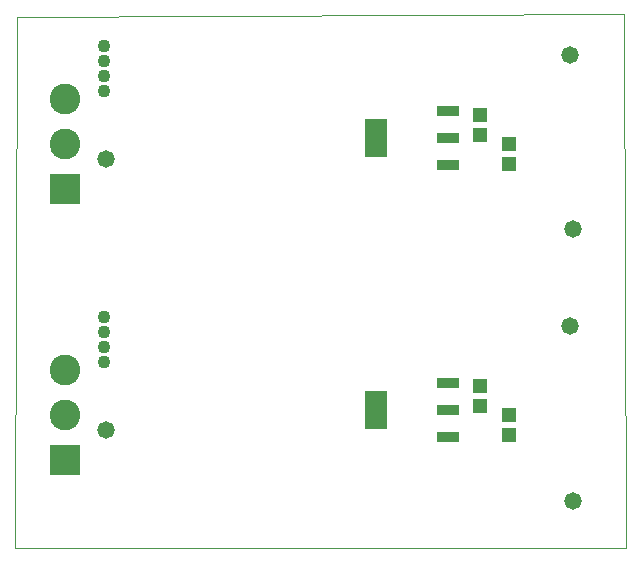
<source format=gbs>
G04*
G04 #@! TF.GenerationSoftware,Altium Limited,Altium Designer,21.3.2 (30)*
G04*
G04 Layer_Color=16711935*
%FSTAX24Y24*%
%MOIN*%
G70*
G04*
G04 #@! TF.SameCoordinates,B3087990-D193-403A-B466-816C1580CACB*
G04*
G04*
G04 #@! TF.FilePolarity,Negative*
G04*
G01*
G75*
%ADD26R,0.0730X0.0350*%
%ADD27R,0.0730X0.1280*%
%ADD36C,0.0434*%
%ADD37C,0.1025*%
%ADD38R,0.1025X0.1025*%
%ADD39C,0.0580*%
%ADD40C,0.0005*%
%ADD41R,0.0472X0.0512*%
D26*
X051138Y029752D02*
D03*
Y028847D02*
D03*
Y027942D02*
D03*
Y038807D02*
D03*
Y037902D02*
D03*
Y036997D02*
D03*
D27*
X048718Y028847D02*
D03*
Y037902D02*
D03*
D36*
X039642Y030428D02*
D03*
Y030928D02*
D03*
Y031428D02*
D03*
Y031928D02*
D03*
Y039483D02*
D03*
Y039983D02*
D03*
Y040483D02*
D03*
Y040983D02*
D03*
D37*
X038343Y03016D02*
D03*
Y02866D02*
D03*
Y039215D02*
D03*
Y037715D02*
D03*
D38*
Y02716D02*
D03*
Y036215D02*
D03*
D39*
X039711Y028158D02*
D03*
X055174Y031623D02*
D03*
X055292Y025816D02*
D03*
X039711Y037213D02*
D03*
X055174Y040678D02*
D03*
X055292Y034871D02*
D03*
D40*
X0367Y02425D02*
X03675Y04195D01*
X0367Y02425D02*
X05705D01*
X057Y04205D02*
X05705Y02425D01*
X03675Y04195D02*
X057Y04205D01*
D41*
X052172Y028955D02*
D03*
Y029625D02*
D03*
X053166Y027991D02*
D03*
Y02866D02*
D03*
X052172Y038011D02*
D03*
Y03868D02*
D03*
X053166Y037046D02*
D03*
Y037715D02*
D03*
M02*

</source>
